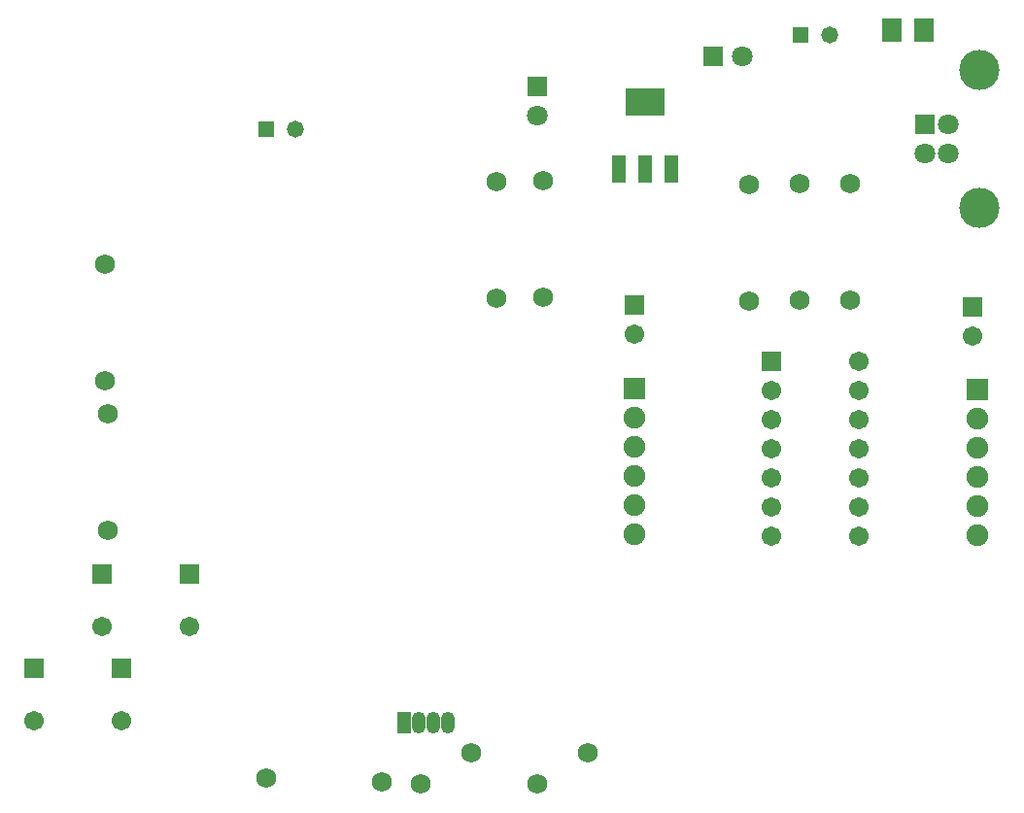
<source format=gbr>
G04 DipTrace 3.0.0.2*
G04 TopMask.gbr*
%MOMM*%
G04 #@! TF.FileFunction,Soldermask,Top*
G04 #@! TF.Part,Single*
%ADD50R,3.4532X2.3532*%
%ADD52R,1.1532X2.3532*%
%ADD54C,1.7032*%
%ADD56R,1.8032X2.0032*%
%ADD58C,1.7272*%
%ADD60C,1.7272*%
%ADD62C,3.5032*%
%ADD64C,1.8032*%
%ADD66C,1.9032*%
%ADD68R,1.9032X1.9032*%
%ADD70C,1.7032*%
%ADD72R,1.7032X1.7032*%
%ADD74R,1.2532X1.9032*%
%ADD76O,1.2532X1.9032*%
%ADD78R,1.4732X1.4732*%
%ADD80C,1.4732*%
%ADD82R,1.8032X1.8032*%
%ADD84C,1.8032*%
%FSLAX35Y35*%
G04*
G71*
G90*
G75*
G01*
G04 TopMask*
%LPD*%
D84*
X5717750Y6969033D3*
D82*
Y7223033D3*
D84*
X7500527Y7489947D3*
D82*
X7246527D3*
D80*
X8267857Y7676783D3*
D78*
X8013857D3*
D80*
X3606883Y6855393D3*
D78*
X3352883D3*
D76*
X4937500Y1683273D3*
X4683500D3*
D74*
X4556500D3*
D76*
X4810500D3*
D72*
X6562600Y5324030D3*
D70*
Y5070030D3*
D72*
X9505810Y5308373D3*
D70*
Y5054373D3*
D68*
X9549330Y4583887D3*
D66*
Y4329887D3*
Y4075887D3*
Y3821887D3*
Y3567887D3*
Y3313887D3*
D68*
X6560007Y4590307D3*
D66*
Y4336307D3*
Y4082307D3*
Y3828307D3*
Y3574307D3*
Y3320307D3*
D82*
X9097663Y6894780D3*
D64*
Y6644780D3*
X9297663D3*
Y6894780D3*
D62*
X9568663Y6167780D3*
Y7371780D3*
D60*
X5763250Y5388820D3*
D58*
Y6404820D3*
D60*
X5365023Y5377870D3*
D58*
Y6393870D3*
D60*
X1953120Y5678833D3*
D58*
Y4662833D3*
D60*
X1972533Y4371337D3*
D58*
Y3355337D3*
D60*
X7563300Y5360180D3*
D58*
Y6376180D3*
D60*
X8002270Y6380007D3*
D58*
Y5364007D3*
D60*
X8442907Y6378413D3*
D58*
Y5362413D3*
D56*
X9083397Y7716000D3*
X8803397D3*
D60*
X5144047Y1419140D3*
D58*
X6160047D3*
D60*
X4699593Y1149293D3*
D58*
X5715593D3*
D60*
X3350361Y1196914D3*
D58*
X4365813Y1163553D3*
D72*
X1921463Y2972880D3*
D54*
Y2522880D3*
X2683463D3*
D72*
Y2972880D3*
X1332147Y2151623D3*
D54*
Y1701623D3*
X2094147D3*
D72*
Y2151623D3*
X7758903Y4833720D3*
D70*
Y4579720D3*
Y4325720D3*
Y4071720D3*
Y3817720D3*
Y3563720D3*
Y3309720D3*
X8520903D3*
Y3563720D3*
Y3817720D3*
Y4071720D3*
Y4325720D3*
Y4579720D3*
Y4833720D3*
D52*
X6428543Y6510770D3*
X6658543D3*
X6888543D3*
D50*
X6658543Y7090770D3*
M02*

</source>
